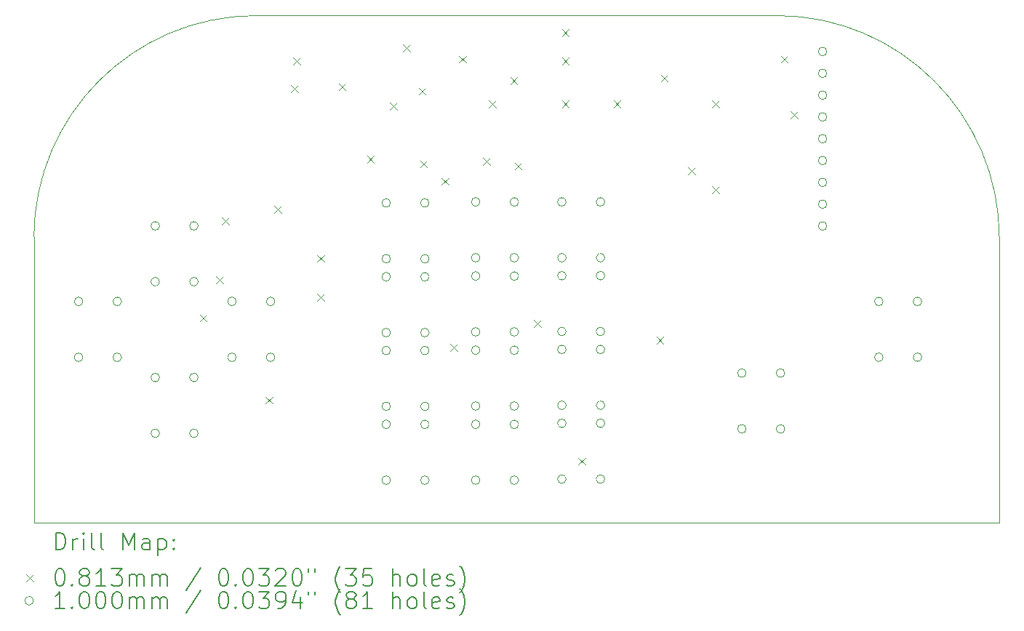
<source format=gbr>
%TF.GenerationSoftware,KiCad,Pcbnew,8.0.3*%
%TF.CreationDate,2024-07-30T16:10:22+10:00*%
%TF.ProjectId,colecovision_controller,636f6c65-636f-4766-9973-696f6e5f636f,rev?*%
%TF.SameCoordinates,Original*%
%TF.FileFunction,Drillmap*%
%TF.FilePolarity,Positive*%
%FSLAX45Y45*%
G04 Gerber Fmt 4.5, Leading zero omitted, Abs format (unit mm)*
G04 Created by KiCad (PCBNEW 8.0.3) date 2024-07-30 16:10:22*
%MOMM*%
%LPD*%
G01*
G04 APERTURE LIST*
%ADD10C,0.101600*%
%ADD11C,0.200000*%
%ADD12C,0.100000*%
G04 APERTURE END LIST*
D10*
X19939000Y-13093700D02*
X8699500Y-13093700D01*
X19939363Y-9766302D02*
X19939000Y-13093700D01*
X17360900Y-7188200D02*
G75*
G02*
X19939363Y-9766302I-12337J-2590802D01*
G01*
X8699500Y-13093700D02*
X8699498Y-9766663D01*
X8699498Y-9766663D02*
G75*
G02*
X11277600Y-7188200I2590802J-12337D01*
G01*
X11277600Y-7188200D02*
X17360900Y-7188200D01*
D11*
D12*
X10629933Y-10671281D02*
X10711213Y-10752561D01*
X10711213Y-10671281D02*
X10629933Y-10752561D01*
X10821472Y-10224179D02*
X10902752Y-10305459D01*
X10902752Y-10224179D02*
X10821472Y-10305459D01*
X10887013Y-9537607D02*
X10968293Y-9618887D01*
X10968293Y-9537607D02*
X10887013Y-9618887D01*
X11397760Y-11626860D02*
X11479040Y-11708140D01*
X11479040Y-11626860D02*
X11397760Y-11708140D01*
X11497760Y-9404190D02*
X11579040Y-9485470D01*
X11579040Y-9404190D02*
X11497760Y-9485470D01*
X11696097Y-7998491D02*
X11777377Y-8079771D01*
X11777377Y-7998491D02*
X11696097Y-8079771D01*
X11720830Y-7676860D02*
X11802110Y-7758140D01*
X11802110Y-7676860D02*
X11720830Y-7758140D01*
X11997760Y-9976860D02*
X12079040Y-10058140D01*
X12079040Y-9976860D02*
X11997760Y-10058140D01*
X11997760Y-10426860D02*
X12079040Y-10508140D01*
X12079040Y-10426860D02*
X11997760Y-10508140D01*
X12247760Y-7976860D02*
X12329040Y-8058140D01*
X12329040Y-7976860D02*
X12247760Y-8058140D01*
X12578663Y-8817450D02*
X12659943Y-8898730D01*
X12659943Y-8817450D02*
X12578663Y-8898730D01*
X12847760Y-8204190D02*
X12929040Y-8285470D01*
X12929040Y-8204190D02*
X12847760Y-8285470D01*
X12997760Y-7526860D02*
X13079040Y-7608140D01*
X13079040Y-7526860D02*
X12997760Y-7608140D01*
X13181330Y-8026860D02*
X13262610Y-8108140D01*
X13262610Y-8026860D02*
X13181330Y-8108140D01*
X13195867Y-8875346D02*
X13277147Y-8956626D01*
X13277147Y-8875346D02*
X13195867Y-8956626D01*
X13447760Y-9076860D02*
X13529040Y-9158140D01*
X13529040Y-9076860D02*
X13447760Y-9158140D01*
X13547760Y-11011473D02*
X13629040Y-11092753D01*
X13629040Y-11011473D02*
X13547760Y-11092753D01*
X13647760Y-7654590D02*
X13729040Y-7735870D01*
X13729040Y-7654590D02*
X13647760Y-7735870D01*
X13928857Y-8845763D02*
X14010137Y-8927043D01*
X14010137Y-8845763D02*
X13928857Y-8927043D01*
X13997760Y-8176860D02*
X14079040Y-8258140D01*
X14079040Y-8176860D02*
X13997760Y-8258140D01*
X14247760Y-7904190D02*
X14329040Y-7985470D01*
X14329040Y-7904190D02*
X14247760Y-7985470D01*
X14297760Y-8899220D02*
X14379040Y-8980500D01*
X14379040Y-8899220D02*
X14297760Y-8980500D01*
X14520329Y-10731592D02*
X14601609Y-10812872D01*
X14601609Y-10731592D02*
X14520329Y-10812872D01*
X14847760Y-7348855D02*
X14929040Y-7430135D01*
X14929040Y-7348855D02*
X14847760Y-7430135D01*
X14847760Y-7676860D02*
X14929040Y-7758140D01*
X14929040Y-7676860D02*
X14847760Y-7758140D01*
X14847760Y-8176860D02*
X14929040Y-8258140D01*
X14929040Y-8176860D02*
X14847760Y-8258140D01*
X15035950Y-12336792D02*
X15117230Y-12418072D01*
X15117230Y-12336792D02*
X15035950Y-12418072D01*
X15447760Y-8176860D02*
X15529040Y-8258140D01*
X15529040Y-8176860D02*
X15447760Y-8258140D01*
X15947760Y-10926860D02*
X16029040Y-11008140D01*
X16029040Y-10926860D02*
X15947760Y-11008140D01*
X15997760Y-7876860D02*
X16079040Y-7958140D01*
X16079040Y-7876860D02*
X15997760Y-7958140D01*
X16315663Y-8957150D02*
X16396943Y-9038430D01*
X16396943Y-8957150D02*
X16315663Y-9038430D01*
X16597760Y-8176860D02*
X16679040Y-8258140D01*
X16679040Y-8176860D02*
X16597760Y-8258140D01*
X16597760Y-9176860D02*
X16679040Y-9258140D01*
X16679040Y-9176860D02*
X16597760Y-9258140D01*
X17397760Y-7654190D02*
X17479040Y-7735470D01*
X17479040Y-7654190D02*
X17397760Y-7735470D01*
X17508507Y-8301990D02*
X17589787Y-8383270D01*
X17589787Y-8301990D02*
X17508507Y-8383270D01*
X9270200Y-10517200D02*
G75*
G02*
X9170200Y-10517200I-50000J0D01*
G01*
X9170200Y-10517200D02*
G75*
G02*
X9270200Y-10517200I50000J0D01*
G01*
X9270200Y-11167200D02*
G75*
G02*
X9170200Y-11167200I-50000J0D01*
G01*
X9170200Y-11167200D02*
G75*
G02*
X9270200Y-11167200I50000J0D01*
G01*
X9720200Y-10517200D02*
G75*
G02*
X9620200Y-10517200I-50000J0D01*
G01*
X9620200Y-10517200D02*
G75*
G02*
X9720200Y-10517200I50000J0D01*
G01*
X9720200Y-11167200D02*
G75*
G02*
X9620200Y-11167200I-50000J0D01*
G01*
X9620200Y-11167200D02*
G75*
G02*
X9720200Y-11167200I50000J0D01*
G01*
X10162800Y-9637000D02*
G75*
G02*
X10062800Y-9637000I-50000J0D01*
G01*
X10062800Y-9637000D02*
G75*
G02*
X10162800Y-9637000I50000J0D01*
G01*
X10162800Y-10287000D02*
G75*
G02*
X10062800Y-10287000I-50000J0D01*
G01*
X10062800Y-10287000D02*
G75*
G02*
X10162800Y-10287000I50000J0D01*
G01*
X10162800Y-11402300D02*
G75*
G02*
X10062800Y-11402300I-50000J0D01*
G01*
X10062800Y-11402300D02*
G75*
G02*
X10162800Y-11402300I50000J0D01*
G01*
X10162800Y-12052300D02*
G75*
G02*
X10062800Y-12052300I-50000J0D01*
G01*
X10062800Y-12052300D02*
G75*
G02*
X10162800Y-12052300I50000J0D01*
G01*
X10612800Y-9637000D02*
G75*
G02*
X10512800Y-9637000I-50000J0D01*
G01*
X10512800Y-9637000D02*
G75*
G02*
X10612800Y-9637000I50000J0D01*
G01*
X10612800Y-10287000D02*
G75*
G02*
X10512800Y-10287000I-50000J0D01*
G01*
X10512800Y-10287000D02*
G75*
G02*
X10612800Y-10287000I50000J0D01*
G01*
X10612800Y-11402300D02*
G75*
G02*
X10512800Y-11402300I-50000J0D01*
G01*
X10512800Y-11402300D02*
G75*
G02*
X10612800Y-11402300I50000J0D01*
G01*
X10612800Y-12052300D02*
G75*
G02*
X10512800Y-12052300I-50000J0D01*
G01*
X10512800Y-12052300D02*
G75*
G02*
X10612800Y-12052300I50000J0D01*
G01*
X11055400Y-10517200D02*
G75*
G02*
X10955400Y-10517200I-50000J0D01*
G01*
X10955400Y-10517200D02*
G75*
G02*
X11055400Y-10517200I50000J0D01*
G01*
X11055400Y-11167200D02*
G75*
G02*
X10955400Y-11167200I-50000J0D01*
G01*
X10955400Y-11167200D02*
G75*
G02*
X11055400Y-11167200I50000J0D01*
G01*
X11505400Y-10517200D02*
G75*
G02*
X11405400Y-10517200I-50000J0D01*
G01*
X11405400Y-10517200D02*
G75*
G02*
X11505400Y-10517200I50000J0D01*
G01*
X11505400Y-11167200D02*
G75*
G02*
X11405400Y-11167200I-50000J0D01*
G01*
X11405400Y-11167200D02*
G75*
G02*
X11505400Y-11167200I50000J0D01*
G01*
X12851600Y-9370300D02*
G75*
G02*
X12751600Y-9370300I-50000J0D01*
G01*
X12751600Y-9370300D02*
G75*
G02*
X12851600Y-9370300I50000J0D01*
G01*
X12851600Y-10020300D02*
G75*
G02*
X12751600Y-10020300I-50000J0D01*
G01*
X12751600Y-10020300D02*
G75*
G02*
X12851600Y-10020300I50000J0D01*
G01*
X12851600Y-10229667D02*
G75*
G02*
X12751600Y-10229667I-50000J0D01*
G01*
X12751600Y-10229667D02*
G75*
G02*
X12851600Y-10229667I50000J0D01*
G01*
X12851600Y-10879667D02*
G75*
G02*
X12751600Y-10879667I-50000J0D01*
G01*
X12751600Y-10879667D02*
G75*
G02*
X12851600Y-10879667I50000J0D01*
G01*
X12851600Y-11089033D02*
G75*
G02*
X12751600Y-11089033I-50000J0D01*
G01*
X12751600Y-11089033D02*
G75*
G02*
X12851600Y-11089033I50000J0D01*
G01*
X12851600Y-11739033D02*
G75*
G02*
X12751600Y-11739033I-50000J0D01*
G01*
X12751600Y-11739033D02*
G75*
G02*
X12851600Y-11739033I50000J0D01*
G01*
X12851600Y-11948400D02*
G75*
G02*
X12751600Y-11948400I-50000J0D01*
G01*
X12751600Y-11948400D02*
G75*
G02*
X12851600Y-11948400I50000J0D01*
G01*
X12851600Y-12598400D02*
G75*
G02*
X12751600Y-12598400I-50000J0D01*
G01*
X12751600Y-12598400D02*
G75*
G02*
X12851600Y-12598400I50000J0D01*
G01*
X13301600Y-9370300D02*
G75*
G02*
X13201600Y-9370300I-50000J0D01*
G01*
X13201600Y-9370300D02*
G75*
G02*
X13301600Y-9370300I50000J0D01*
G01*
X13301600Y-10020300D02*
G75*
G02*
X13201600Y-10020300I-50000J0D01*
G01*
X13201600Y-10020300D02*
G75*
G02*
X13301600Y-10020300I50000J0D01*
G01*
X13301600Y-10229667D02*
G75*
G02*
X13201600Y-10229667I-50000J0D01*
G01*
X13201600Y-10229667D02*
G75*
G02*
X13301600Y-10229667I50000J0D01*
G01*
X13301600Y-10879667D02*
G75*
G02*
X13201600Y-10879667I-50000J0D01*
G01*
X13201600Y-10879667D02*
G75*
G02*
X13301600Y-10879667I50000J0D01*
G01*
X13301600Y-11089033D02*
G75*
G02*
X13201600Y-11089033I-50000J0D01*
G01*
X13201600Y-11089033D02*
G75*
G02*
X13301600Y-11089033I50000J0D01*
G01*
X13301600Y-11739033D02*
G75*
G02*
X13201600Y-11739033I-50000J0D01*
G01*
X13201600Y-11739033D02*
G75*
G02*
X13301600Y-11739033I50000J0D01*
G01*
X13301600Y-11948400D02*
G75*
G02*
X13201600Y-11948400I-50000J0D01*
G01*
X13201600Y-11948400D02*
G75*
G02*
X13301600Y-11948400I50000J0D01*
G01*
X13301600Y-12598400D02*
G75*
G02*
X13201600Y-12598400I-50000J0D01*
G01*
X13201600Y-12598400D02*
G75*
G02*
X13301600Y-12598400I50000J0D01*
G01*
X13893000Y-9357600D02*
G75*
G02*
X13793000Y-9357600I-50000J0D01*
G01*
X13793000Y-9357600D02*
G75*
G02*
X13893000Y-9357600I50000J0D01*
G01*
X13893000Y-10007600D02*
G75*
G02*
X13793000Y-10007600I-50000J0D01*
G01*
X13793000Y-10007600D02*
G75*
G02*
X13893000Y-10007600I50000J0D01*
G01*
X13893000Y-10221200D02*
G75*
G02*
X13793000Y-10221200I-50000J0D01*
G01*
X13793000Y-10221200D02*
G75*
G02*
X13893000Y-10221200I50000J0D01*
G01*
X13893000Y-10871200D02*
G75*
G02*
X13793000Y-10871200I-50000J0D01*
G01*
X13793000Y-10871200D02*
G75*
G02*
X13893000Y-10871200I50000J0D01*
G01*
X13893000Y-11084800D02*
G75*
G02*
X13793000Y-11084800I-50000J0D01*
G01*
X13793000Y-11084800D02*
G75*
G02*
X13893000Y-11084800I50000J0D01*
G01*
X13893000Y-11734800D02*
G75*
G02*
X13793000Y-11734800I-50000J0D01*
G01*
X13793000Y-11734800D02*
G75*
G02*
X13893000Y-11734800I50000J0D01*
G01*
X13893000Y-11948400D02*
G75*
G02*
X13793000Y-11948400I-50000J0D01*
G01*
X13793000Y-11948400D02*
G75*
G02*
X13893000Y-11948400I50000J0D01*
G01*
X13893000Y-12598400D02*
G75*
G02*
X13793000Y-12598400I-50000J0D01*
G01*
X13793000Y-12598400D02*
G75*
G02*
X13893000Y-12598400I50000J0D01*
G01*
X14343000Y-9357600D02*
G75*
G02*
X14243000Y-9357600I-50000J0D01*
G01*
X14243000Y-9357600D02*
G75*
G02*
X14343000Y-9357600I50000J0D01*
G01*
X14343000Y-10007600D02*
G75*
G02*
X14243000Y-10007600I-50000J0D01*
G01*
X14243000Y-10007600D02*
G75*
G02*
X14343000Y-10007600I50000J0D01*
G01*
X14343000Y-10221200D02*
G75*
G02*
X14243000Y-10221200I-50000J0D01*
G01*
X14243000Y-10221200D02*
G75*
G02*
X14343000Y-10221200I50000J0D01*
G01*
X14343000Y-10871200D02*
G75*
G02*
X14243000Y-10871200I-50000J0D01*
G01*
X14243000Y-10871200D02*
G75*
G02*
X14343000Y-10871200I50000J0D01*
G01*
X14343000Y-11084800D02*
G75*
G02*
X14243000Y-11084800I-50000J0D01*
G01*
X14243000Y-11084800D02*
G75*
G02*
X14343000Y-11084800I50000J0D01*
G01*
X14343000Y-11734800D02*
G75*
G02*
X14243000Y-11734800I-50000J0D01*
G01*
X14243000Y-11734800D02*
G75*
G02*
X14343000Y-11734800I50000J0D01*
G01*
X14343000Y-11948400D02*
G75*
G02*
X14243000Y-11948400I-50000J0D01*
G01*
X14243000Y-11948400D02*
G75*
G02*
X14343000Y-11948400I50000J0D01*
G01*
X14343000Y-12598400D02*
G75*
G02*
X14243000Y-12598400I-50000J0D01*
G01*
X14243000Y-12598400D02*
G75*
G02*
X14343000Y-12598400I50000J0D01*
G01*
X14896300Y-9357600D02*
G75*
G02*
X14796300Y-9357600I-50000J0D01*
G01*
X14796300Y-9357600D02*
G75*
G02*
X14896300Y-9357600I50000J0D01*
G01*
X14896300Y-10007600D02*
G75*
G02*
X14796300Y-10007600I-50000J0D01*
G01*
X14796300Y-10007600D02*
G75*
G02*
X14896300Y-10007600I50000J0D01*
G01*
X14896300Y-10216967D02*
G75*
G02*
X14796300Y-10216967I-50000J0D01*
G01*
X14796300Y-10216967D02*
G75*
G02*
X14896300Y-10216967I50000J0D01*
G01*
X14896300Y-10866967D02*
G75*
G02*
X14796300Y-10866967I-50000J0D01*
G01*
X14796300Y-10866967D02*
G75*
G02*
X14896300Y-10866967I50000J0D01*
G01*
X14896300Y-11076333D02*
G75*
G02*
X14796300Y-11076333I-50000J0D01*
G01*
X14796300Y-11076333D02*
G75*
G02*
X14896300Y-11076333I50000J0D01*
G01*
X14896300Y-11726333D02*
G75*
G02*
X14796300Y-11726333I-50000J0D01*
G01*
X14796300Y-11726333D02*
G75*
G02*
X14896300Y-11726333I50000J0D01*
G01*
X14896300Y-11935700D02*
G75*
G02*
X14796300Y-11935700I-50000J0D01*
G01*
X14796300Y-11935700D02*
G75*
G02*
X14896300Y-11935700I50000J0D01*
G01*
X14896300Y-12585700D02*
G75*
G02*
X14796300Y-12585700I-50000J0D01*
G01*
X14796300Y-12585700D02*
G75*
G02*
X14896300Y-12585700I50000J0D01*
G01*
X15346300Y-9357600D02*
G75*
G02*
X15246300Y-9357600I-50000J0D01*
G01*
X15246300Y-9357600D02*
G75*
G02*
X15346300Y-9357600I50000J0D01*
G01*
X15346300Y-10007600D02*
G75*
G02*
X15246300Y-10007600I-50000J0D01*
G01*
X15246300Y-10007600D02*
G75*
G02*
X15346300Y-10007600I50000J0D01*
G01*
X15346300Y-10216967D02*
G75*
G02*
X15246300Y-10216967I-50000J0D01*
G01*
X15246300Y-10216967D02*
G75*
G02*
X15346300Y-10216967I50000J0D01*
G01*
X15346300Y-10866967D02*
G75*
G02*
X15246300Y-10866967I-50000J0D01*
G01*
X15246300Y-10866967D02*
G75*
G02*
X15346300Y-10866967I50000J0D01*
G01*
X15346300Y-11076333D02*
G75*
G02*
X15246300Y-11076333I-50000J0D01*
G01*
X15246300Y-11076333D02*
G75*
G02*
X15346300Y-11076333I50000J0D01*
G01*
X15346300Y-11726333D02*
G75*
G02*
X15246300Y-11726333I-50000J0D01*
G01*
X15246300Y-11726333D02*
G75*
G02*
X15346300Y-11726333I50000J0D01*
G01*
X15346300Y-11935700D02*
G75*
G02*
X15246300Y-11935700I-50000J0D01*
G01*
X15246300Y-11935700D02*
G75*
G02*
X15346300Y-11935700I50000J0D01*
G01*
X15346300Y-12585700D02*
G75*
G02*
X15246300Y-12585700I-50000J0D01*
G01*
X15246300Y-12585700D02*
G75*
G02*
X15346300Y-12585700I50000J0D01*
G01*
X16991800Y-11351500D02*
G75*
G02*
X16891800Y-11351500I-50000J0D01*
G01*
X16891800Y-11351500D02*
G75*
G02*
X16991800Y-11351500I50000J0D01*
G01*
X16991800Y-12001500D02*
G75*
G02*
X16891800Y-12001500I-50000J0D01*
G01*
X16891800Y-12001500D02*
G75*
G02*
X16991800Y-12001500I50000J0D01*
G01*
X17441800Y-11351500D02*
G75*
G02*
X17341800Y-11351500I-50000J0D01*
G01*
X17341800Y-11351500D02*
G75*
G02*
X17441800Y-11351500I50000J0D01*
G01*
X17441800Y-12001500D02*
G75*
G02*
X17341800Y-12001500I-50000J0D01*
G01*
X17341800Y-12001500D02*
G75*
G02*
X17441800Y-12001500I50000J0D01*
G01*
X17931600Y-7607300D02*
G75*
G02*
X17831600Y-7607300I-50000J0D01*
G01*
X17831600Y-7607300D02*
G75*
G02*
X17931600Y-7607300I50000J0D01*
G01*
X17931600Y-7861300D02*
G75*
G02*
X17831600Y-7861300I-50000J0D01*
G01*
X17831600Y-7861300D02*
G75*
G02*
X17931600Y-7861300I50000J0D01*
G01*
X17931600Y-8115300D02*
G75*
G02*
X17831600Y-8115300I-50000J0D01*
G01*
X17831600Y-8115300D02*
G75*
G02*
X17931600Y-8115300I50000J0D01*
G01*
X17931600Y-8369300D02*
G75*
G02*
X17831600Y-8369300I-50000J0D01*
G01*
X17831600Y-8369300D02*
G75*
G02*
X17931600Y-8369300I50000J0D01*
G01*
X17931600Y-8623300D02*
G75*
G02*
X17831600Y-8623300I-50000J0D01*
G01*
X17831600Y-8623300D02*
G75*
G02*
X17931600Y-8623300I50000J0D01*
G01*
X17931600Y-8877300D02*
G75*
G02*
X17831600Y-8877300I-50000J0D01*
G01*
X17831600Y-8877300D02*
G75*
G02*
X17931600Y-8877300I50000J0D01*
G01*
X17931600Y-9131300D02*
G75*
G02*
X17831600Y-9131300I-50000J0D01*
G01*
X17831600Y-9131300D02*
G75*
G02*
X17931600Y-9131300I50000J0D01*
G01*
X17931600Y-9385300D02*
G75*
G02*
X17831600Y-9385300I-50000J0D01*
G01*
X17831600Y-9385300D02*
G75*
G02*
X17931600Y-9385300I50000J0D01*
G01*
X17931600Y-9639300D02*
G75*
G02*
X17831600Y-9639300I-50000J0D01*
G01*
X17831600Y-9639300D02*
G75*
G02*
X17931600Y-9639300I50000J0D01*
G01*
X18586500Y-10517200D02*
G75*
G02*
X18486500Y-10517200I-50000J0D01*
G01*
X18486500Y-10517200D02*
G75*
G02*
X18586500Y-10517200I50000J0D01*
G01*
X18586500Y-11167200D02*
G75*
G02*
X18486500Y-11167200I-50000J0D01*
G01*
X18486500Y-11167200D02*
G75*
G02*
X18586500Y-11167200I50000J0D01*
G01*
X19036500Y-10517200D02*
G75*
G02*
X18936500Y-10517200I-50000J0D01*
G01*
X18936500Y-10517200D02*
G75*
G02*
X19036500Y-10517200I50000J0D01*
G01*
X19036500Y-11167200D02*
G75*
G02*
X18936500Y-11167200I-50000J0D01*
G01*
X18936500Y-11167200D02*
G75*
G02*
X19036500Y-11167200I50000J0D01*
G01*
D11*
X8955195Y-13410264D02*
X8955195Y-13210264D01*
X8955195Y-13210264D02*
X9002814Y-13210264D01*
X9002814Y-13210264D02*
X9031386Y-13219788D01*
X9031386Y-13219788D02*
X9050433Y-13238835D01*
X9050433Y-13238835D02*
X9059957Y-13257883D01*
X9059957Y-13257883D02*
X9069481Y-13295978D01*
X9069481Y-13295978D02*
X9069481Y-13324549D01*
X9069481Y-13324549D02*
X9059957Y-13362645D01*
X9059957Y-13362645D02*
X9050433Y-13381692D01*
X9050433Y-13381692D02*
X9031386Y-13400740D01*
X9031386Y-13400740D02*
X9002814Y-13410264D01*
X9002814Y-13410264D02*
X8955195Y-13410264D01*
X9155195Y-13410264D02*
X9155195Y-13276930D01*
X9155195Y-13315026D02*
X9164719Y-13295978D01*
X9164719Y-13295978D02*
X9174243Y-13286454D01*
X9174243Y-13286454D02*
X9193290Y-13276930D01*
X9193290Y-13276930D02*
X9212338Y-13276930D01*
X9279005Y-13410264D02*
X9279005Y-13276930D01*
X9279005Y-13210264D02*
X9269481Y-13219788D01*
X9269481Y-13219788D02*
X9279005Y-13229311D01*
X9279005Y-13229311D02*
X9288528Y-13219788D01*
X9288528Y-13219788D02*
X9279005Y-13210264D01*
X9279005Y-13210264D02*
X9279005Y-13229311D01*
X9402814Y-13410264D02*
X9383766Y-13400740D01*
X9383766Y-13400740D02*
X9374243Y-13381692D01*
X9374243Y-13381692D02*
X9374243Y-13210264D01*
X9507576Y-13410264D02*
X9488528Y-13400740D01*
X9488528Y-13400740D02*
X9479005Y-13381692D01*
X9479005Y-13381692D02*
X9479005Y-13210264D01*
X9736147Y-13410264D02*
X9736147Y-13210264D01*
X9736147Y-13210264D02*
X9802814Y-13353121D01*
X9802814Y-13353121D02*
X9869481Y-13210264D01*
X9869481Y-13210264D02*
X9869481Y-13410264D01*
X10050433Y-13410264D02*
X10050433Y-13305502D01*
X10050433Y-13305502D02*
X10040909Y-13286454D01*
X10040909Y-13286454D02*
X10021862Y-13276930D01*
X10021862Y-13276930D02*
X9983766Y-13276930D01*
X9983766Y-13276930D02*
X9964719Y-13286454D01*
X10050433Y-13400740D02*
X10031386Y-13410264D01*
X10031386Y-13410264D02*
X9983766Y-13410264D01*
X9983766Y-13410264D02*
X9964719Y-13400740D01*
X9964719Y-13400740D02*
X9955195Y-13381692D01*
X9955195Y-13381692D02*
X9955195Y-13362645D01*
X9955195Y-13362645D02*
X9964719Y-13343597D01*
X9964719Y-13343597D02*
X9983766Y-13334073D01*
X9983766Y-13334073D02*
X10031386Y-13334073D01*
X10031386Y-13334073D02*
X10050433Y-13324549D01*
X10145671Y-13276930D02*
X10145671Y-13476930D01*
X10145671Y-13286454D02*
X10164719Y-13276930D01*
X10164719Y-13276930D02*
X10202814Y-13276930D01*
X10202814Y-13276930D02*
X10221862Y-13286454D01*
X10221862Y-13286454D02*
X10231386Y-13295978D01*
X10231386Y-13295978D02*
X10240909Y-13315026D01*
X10240909Y-13315026D02*
X10240909Y-13372168D01*
X10240909Y-13372168D02*
X10231386Y-13391216D01*
X10231386Y-13391216D02*
X10221862Y-13400740D01*
X10221862Y-13400740D02*
X10202814Y-13410264D01*
X10202814Y-13410264D02*
X10164719Y-13410264D01*
X10164719Y-13410264D02*
X10145671Y-13400740D01*
X10326624Y-13391216D02*
X10336147Y-13400740D01*
X10336147Y-13400740D02*
X10326624Y-13410264D01*
X10326624Y-13410264D02*
X10317100Y-13400740D01*
X10317100Y-13400740D02*
X10326624Y-13391216D01*
X10326624Y-13391216D02*
X10326624Y-13410264D01*
X10326624Y-13286454D02*
X10336147Y-13295978D01*
X10336147Y-13295978D02*
X10326624Y-13305502D01*
X10326624Y-13305502D02*
X10317100Y-13295978D01*
X10317100Y-13295978D02*
X10326624Y-13286454D01*
X10326624Y-13286454D02*
X10326624Y-13305502D01*
D12*
X8613138Y-13698140D02*
X8694418Y-13779420D01*
X8694418Y-13698140D02*
X8613138Y-13779420D01*
D11*
X8993290Y-13630264D02*
X9012338Y-13630264D01*
X9012338Y-13630264D02*
X9031386Y-13639788D01*
X9031386Y-13639788D02*
X9040909Y-13649311D01*
X9040909Y-13649311D02*
X9050433Y-13668359D01*
X9050433Y-13668359D02*
X9059957Y-13706454D01*
X9059957Y-13706454D02*
X9059957Y-13754073D01*
X9059957Y-13754073D02*
X9050433Y-13792168D01*
X9050433Y-13792168D02*
X9040909Y-13811216D01*
X9040909Y-13811216D02*
X9031386Y-13820740D01*
X9031386Y-13820740D02*
X9012338Y-13830264D01*
X9012338Y-13830264D02*
X8993290Y-13830264D01*
X8993290Y-13830264D02*
X8974243Y-13820740D01*
X8974243Y-13820740D02*
X8964719Y-13811216D01*
X8964719Y-13811216D02*
X8955195Y-13792168D01*
X8955195Y-13792168D02*
X8945671Y-13754073D01*
X8945671Y-13754073D02*
X8945671Y-13706454D01*
X8945671Y-13706454D02*
X8955195Y-13668359D01*
X8955195Y-13668359D02*
X8964719Y-13649311D01*
X8964719Y-13649311D02*
X8974243Y-13639788D01*
X8974243Y-13639788D02*
X8993290Y-13630264D01*
X9145671Y-13811216D02*
X9155195Y-13820740D01*
X9155195Y-13820740D02*
X9145671Y-13830264D01*
X9145671Y-13830264D02*
X9136147Y-13820740D01*
X9136147Y-13820740D02*
X9145671Y-13811216D01*
X9145671Y-13811216D02*
X9145671Y-13830264D01*
X9269481Y-13715978D02*
X9250433Y-13706454D01*
X9250433Y-13706454D02*
X9240909Y-13696930D01*
X9240909Y-13696930D02*
X9231386Y-13677883D01*
X9231386Y-13677883D02*
X9231386Y-13668359D01*
X9231386Y-13668359D02*
X9240909Y-13649311D01*
X9240909Y-13649311D02*
X9250433Y-13639788D01*
X9250433Y-13639788D02*
X9269481Y-13630264D01*
X9269481Y-13630264D02*
X9307576Y-13630264D01*
X9307576Y-13630264D02*
X9326624Y-13639788D01*
X9326624Y-13639788D02*
X9336147Y-13649311D01*
X9336147Y-13649311D02*
X9345671Y-13668359D01*
X9345671Y-13668359D02*
X9345671Y-13677883D01*
X9345671Y-13677883D02*
X9336147Y-13696930D01*
X9336147Y-13696930D02*
X9326624Y-13706454D01*
X9326624Y-13706454D02*
X9307576Y-13715978D01*
X9307576Y-13715978D02*
X9269481Y-13715978D01*
X9269481Y-13715978D02*
X9250433Y-13725502D01*
X9250433Y-13725502D02*
X9240909Y-13735026D01*
X9240909Y-13735026D02*
X9231386Y-13754073D01*
X9231386Y-13754073D02*
X9231386Y-13792168D01*
X9231386Y-13792168D02*
X9240909Y-13811216D01*
X9240909Y-13811216D02*
X9250433Y-13820740D01*
X9250433Y-13820740D02*
X9269481Y-13830264D01*
X9269481Y-13830264D02*
X9307576Y-13830264D01*
X9307576Y-13830264D02*
X9326624Y-13820740D01*
X9326624Y-13820740D02*
X9336147Y-13811216D01*
X9336147Y-13811216D02*
X9345671Y-13792168D01*
X9345671Y-13792168D02*
X9345671Y-13754073D01*
X9345671Y-13754073D02*
X9336147Y-13735026D01*
X9336147Y-13735026D02*
X9326624Y-13725502D01*
X9326624Y-13725502D02*
X9307576Y-13715978D01*
X9536147Y-13830264D02*
X9421862Y-13830264D01*
X9479005Y-13830264D02*
X9479005Y-13630264D01*
X9479005Y-13630264D02*
X9459957Y-13658835D01*
X9459957Y-13658835D02*
X9440909Y-13677883D01*
X9440909Y-13677883D02*
X9421862Y-13687407D01*
X9602814Y-13630264D02*
X9726624Y-13630264D01*
X9726624Y-13630264D02*
X9659957Y-13706454D01*
X9659957Y-13706454D02*
X9688528Y-13706454D01*
X9688528Y-13706454D02*
X9707576Y-13715978D01*
X9707576Y-13715978D02*
X9717100Y-13725502D01*
X9717100Y-13725502D02*
X9726624Y-13744549D01*
X9726624Y-13744549D02*
X9726624Y-13792168D01*
X9726624Y-13792168D02*
X9717100Y-13811216D01*
X9717100Y-13811216D02*
X9707576Y-13820740D01*
X9707576Y-13820740D02*
X9688528Y-13830264D01*
X9688528Y-13830264D02*
X9631386Y-13830264D01*
X9631386Y-13830264D02*
X9612338Y-13820740D01*
X9612338Y-13820740D02*
X9602814Y-13811216D01*
X9812338Y-13830264D02*
X9812338Y-13696930D01*
X9812338Y-13715978D02*
X9821862Y-13706454D01*
X9821862Y-13706454D02*
X9840909Y-13696930D01*
X9840909Y-13696930D02*
X9869481Y-13696930D01*
X9869481Y-13696930D02*
X9888528Y-13706454D01*
X9888528Y-13706454D02*
X9898052Y-13725502D01*
X9898052Y-13725502D02*
X9898052Y-13830264D01*
X9898052Y-13725502D02*
X9907576Y-13706454D01*
X9907576Y-13706454D02*
X9926624Y-13696930D01*
X9926624Y-13696930D02*
X9955195Y-13696930D01*
X9955195Y-13696930D02*
X9974243Y-13706454D01*
X9974243Y-13706454D02*
X9983767Y-13725502D01*
X9983767Y-13725502D02*
X9983767Y-13830264D01*
X10079005Y-13830264D02*
X10079005Y-13696930D01*
X10079005Y-13715978D02*
X10088528Y-13706454D01*
X10088528Y-13706454D02*
X10107576Y-13696930D01*
X10107576Y-13696930D02*
X10136148Y-13696930D01*
X10136148Y-13696930D02*
X10155195Y-13706454D01*
X10155195Y-13706454D02*
X10164719Y-13725502D01*
X10164719Y-13725502D02*
X10164719Y-13830264D01*
X10164719Y-13725502D02*
X10174243Y-13706454D01*
X10174243Y-13706454D02*
X10193290Y-13696930D01*
X10193290Y-13696930D02*
X10221862Y-13696930D01*
X10221862Y-13696930D02*
X10240909Y-13706454D01*
X10240909Y-13706454D02*
X10250433Y-13725502D01*
X10250433Y-13725502D02*
X10250433Y-13830264D01*
X10640909Y-13620740D02*
X10469481Y-13877883D01*
X10898052Y-13630264D02*
X10917100Y-13630264D01*
X10917100Y-13630264D02*
X10936148Y-13639788D01*
X10936148Y-13639788D02*
X10945671Y-13649311D01*
X10945671Y-13649311D02*
X10955195Y-13668359D01*
X10955195Y-13668359D02*
X10964719Y-13706454D01*
X10964719Y-13706454D02*
X10964719Y-13754073D01*
X10964719Y-13754073D02*
X10955195Y-13792168D01*
X10955195Y-13792168D02*
X10945671Y-13811216D01*
X10945671Y-13811216D02*
X10936148Y-13820740D01*
X10936148Y-13820740D02*
X10917100Y-13830264D01*
X10917100Y-13830264D02*
X10898052Y-13830264D01*
X10898052Y-13830264D02*
X10879005Y-13820740D01*
X10879005Y-13820740D02*
X10869481Y-13811216D01*
X10869481Y-13811216D02*
X10859957Y-13792168D01*
X10859957Y-13792168D02*
X10850433Y-13754073D01*
X10850433Y-13754073D02*
X10850433Y-13706454D01*
X10850433Y-13706454D02*
X10859957Y-13668359D01*
X10859957Y-13668359D02*
X10869481Y-13649311D01*
X10869481Y-13649311D02*
X10879005Y-13639788D01*
X10879005Y-13639788D02*
X10898052Y-13630264D01*
X11050433Y-13811216D02*
X11059957Y-13820740D01*
X11059957Y-13820740D02*
X11050433Y-13830264D01*
X11050433Y-13830264D02*
X11040910Y-13820740D01*
X11040910Y-13820740D02*
X11050433Y-13811216D01*
X11050433Y-13811216D02*
X11050433Y-13830264D01*
X11183767Y-13630264D02*
X11202814Y-13630264D01*
X11202814Y-13630264D02*
X11221862Y-13639788D01*
X11221862Y-13639788D02*
X11231386Y-13649311D01*
X11231386Y-13649311D02*
X11240909Y-13668359D01*
X11240909Y-13668359D02*
X11250433Y-13706454D01*
X11250433Y-13706454D02*
X11250433Y-13754073D01*
X11250433Y-13754073D02*
X11240909Y-13792168D01*
X11240909Y-13792168D02*
X11231386Y-13811216D01*
X11231386Y-13811216D02*
X11221862Y-13820740D01*
X11221862Y-13820740D02*
X11202814Y-13830264D01*
X11202814Y-13830264D02*
X11183767Y-13830264D01*
X11183767Y-13830264D02*
X11164719Y-13820740D01*
X11164719Y-13820740D02*
X11155195Y-13811216D01*
X11155195Y-13811216D02*
X11145671Y-13792168D01*
X11145671Y-13792168D02*
X11136148Y-13754073D01*
X11136148Y-13754073D02*
X11136148Y-13706454D01*
X11136148Y-13706454D02*
X11145671Y-13668359D01*
X11145671Y-13668359D02*
X11155195Y-13649311D01*
X11155195Y-13649311D02*
X11164719Y-13639788D01*
X11164719Y-13639788D02*
X11183767Y-13630264D01*
X11317100Y-13630264D02*
X11440909Y-13630264D01*
X11440909Y-13630264D02*
X11374243Y-13706454D01*
X11374243Y-13706454D02*
X11402814Y-13706454D01*
X11402814Y-13706454D02*
X11421862Y-13715978D01*
X11421862Y-13715978D02*
X11431386Y-13725502D01*
X11431386Y-13725502D02*
X11440909Y-13744549D01*
X11440909Y-13744549D02*
X11440909Y-13792168D01*
X11440909Y-13792168D02*
X11431386Y-13811216D01*
X11431386Y-13811216D02*
X11421862Y-13820740D01*
X11421862Y-13820740D02*
X11402814Y-13830264D01*
X11402814Y-13830264D02*
X11345671Y-13830264D01*
X11345671Y-13830264D02*
X11326624Y-13820740D01*
X11326624Y-13820740D02*
X11317100Y-13811216D01*
X11517100Y-13649311D02*
X11526624Y-13639788D01*
X11526624Y-13639788D02*
X11545671Y-13630264D01*
X11545671Y-13630264D02*
X11593290Y-13630264D01*
X11593290Y-13630264D02*
X11612338Y-13639788D01*
X11612338Y-13639788D02*
X11621862Y-13649311D01*
X11621862Y-13649311D02*
X11631386Y-13668359D01*
X11631386Y-13668359D02*
X11631386Y-13687407D01*
X11631386Y-13687407D02*
X11621862Y-13715978D01*
X11621862Y-13715978D02*
X11507576Y-13830264D01*
X11507576Y-13830264D02*
X11631386Y-13830264D01*
X11755195Y-13630264D02*
X11774243Y-13630264D01*
X11774243Y-13630264D02*
X11793290Y-13639788D01*
X11793290Y-13639788D02*
X11802814Y-13649311D01*
X11802814Y-13649311D02*
X11812338Y-13668359D01*
X11812338Y-13668359D02*
X11821862Y-13706454D01*
X11821862Y-13706454D02*
X11821862Y-13754073D01*
X11821862Y-13754073D02*
X11812338Y-13792168D01*
X11812338Y-13792168D02*
X11802814Y-13811216D01*
X11802814Y-13811216D02*
X11793290Y-13820740D01*
X11793290Y-13820740D02*
X11774243Y-13830264D01*
X11774243Y-13830264D02*
X11755195Y-13830264D01*
X11755195Y-13830264D02*
X11736148Y-13820740D01*
X11736148Y-13820740D02*
X11726624Y-13811216D01*
X11726624Y-13811216D02*
X11717100Y-13792168D01*
X11717100Y-13792168D02*
X11707576Y-13754073D01*
X11707576Y-13754073D02*
X11707576Y-13706454D01*
X11707576Y-13706454D02*
X11717100Y-13668359D01*
X11717100Y-13668359D02*
X11726624Y-13649311D01*
X11726624Y-13649311D02*
X11736148Y-13639788D01*
X11736148Y-13639788D02*
X11755195Y-13630264D01*
X11898052Y-13630264D02*
X11898052Y-13668359D01*
X11974243Y-13630264D02*
X11974243Y-13668359D01*
X12269481Y-13906454D02*
X12259957Y-13896930D01*
X12259957Y-13896930D02*
X12240910Y-13868359D01*
X12240910Y-13868359D02*
X12231386Y-13849311D01*
X12231386Y-13849311D02*
X12221862Y-13820740D01*
X12221862Y-13820740D02*
X12212338Y-13773121D01*
X12212338Y-13773121D02*
X12212338Y-13735026D01*
X12212338Y-13735026D02*
X12221862Y-13687407D01*
X12221862Y-13687407D02*
X12231386Y-13658835D01*
X12231386Y-13658835D02*
X12240910Y-13639788D01*
X12240910Y-13639788D02*
X12259957Y-13611216D01*
X12259957Y-13611216D02*
X12269481Y-13601692D01*
X12326624Y-13630264D02*
X12450433Y-13630264D01*
X12450433Y-13630264D02*
X12383767Y-13706454D01*
X12383767Y-13706454D02*
X12412338Y-13706454D01*
X12412338Y-13706454D02*
X12431386Y-13715978D01*
X12431386Y-13715978D02*
X12440910Y-13725502D01*
X12440910Y-13725502D02*
X12450433Y-13744549D01*
X12450433Y-13744549D02*
X12450433Y-13792168D01*
X12450433Y-13792168D02*
X12440910Y-13811216D01*
X12440910Y-13811216D02*
X12431386Y-13820740D01*
X12431386Y-13820740D02*
X12412338Y-13830264D01*
X12412338Y-13830264D02*
X12355195Y-13830264D01*
X12355195Y-13830264D02*
X12336148Y-13820740D01*
X12336148Y-13820740D02*
X12326624Y-13811216D01*
X12631386Y-13630264D02*
X12536148Y-13630264D01*
X12536148Y-13630264D02*
X12526624Y-13725502D01*
X12526624Y-13725502D02*
X12536148Y-13715978D01*
X12536148Y-13715978D02*
X12555195Y-13706454D01*
X12555195Y-13706454D02*
X12602814Y-13706454D01*
X12602814Y-13706454D02*
X12621862Y-13715978D01*
X12621862Y-13715978D02*
X12631386Y-13725502D01*
X12631386Y-13725502D02*
X12640910Y-13744549D01*
X12640910Y-13744549D02*
X12640910Y-13792168D01*
X12640910Y-13792168D02*
X12631386Y-13811216D01*
X12631386Y-13811216D02*
X12621862Y-13820740D01*
X12621862Y-13820740D02*
X12602814Y-13830264D01*
X12602814Y-13830264D02*
X12555195Y-13830264D01*
X12555195Y-13830264D02*
X12536148Y-13820740D01*
X12536148Y-13820740D02*
X12526624Y-13811216D01*
X12879005Y-13830264D02*
X12879005Y-13630264D01*
X12964719Y-13830264D02*
X12964719Y-13725502D01*
X12964719Y-13725502D02*
X12955195Y-13706454D01*
X12955195Y-13706454D02*
X12936148Y-13696930D01*
X12936148Y-13696930D02*
X12907576Y-13696930D01*
X12907576Y-13696930D02*
X12888529Y-13706454D01*
X12888529Y-13706454D02*
X12879005Y-13715978D01*
X13088529Y-13830264D02*
X13069481Y-13820740D01*
X13069481Y-13820740D02*
X13059957Y-13811216D01*
X13059957Y-13811216D02*
X13050433Y-13792168D01*
X13050433Y-13792168D02*
X13050433Y-13735026D01*
X13050433Y-13735026D02*
X13059957Y-13715978D01*
X13059957Y-13715978D02*
X13069481Y-13706454D01*
X13069481Y-13706454D02*
X13088529Y-13696930D01*
X13088529Y-13696930D02*
X13117100Y-13696930D01*
X13117100Y-13696930D02*
X13136148Y-13706454D01*
X13136148Y-13706454D02*
X13145672Y-13715978D01*
X13145672Y-13715978D02*
X13155195Y-13735026D01*
X13155195Y-13735026D02*
X13155195Y-13792168D01*
X13155195Y-13792168D02*
X13145672Y-13811216D01*
X13145672Y-13811216D02*
X13136148Y-13820740D01*
X13136148Y-13820740D02*
X13117100Y-13830264D01*
X13117100Y-13830264D02*
X13088529Y-13830264D01*
X13269481Y-13830264D02*
X13250433Y-13820740D01*
X13250433Y-13820740D02*
X13240910Y-13801692D01*
X13240910Y-13801692D02*
X13240910Y-13630264D01*
X13421862Y-13820740D02*
X13402814Y-13830264D01*
X13402814Y-13830264D02*
X13364719Y-13830264D01*
X13364719Y-13830264D02*
X13345672Y-13820740D01*
X13345672Y-13820740D02*
X13336148Y-13801692D01*
X13336148Y-13801692D02*
X13336148Y-13725502D01*
X13336148Y-13725502D02*
X13345672Y-13706454D01*
X13345672Y-13706454D02*
X13364719Y-13696930D01*
X13364719Y-13696930D02*
X13402814Y-13696930D01*
X13402814Y-13696930D02*
X13421862Y-13706454D01*
X13421862Y-13706454D02*
X13431386Y-13725502D01*
X13431386Y-13725502D02*
X13431386Y-13744549D01*
X13431386Y-13744549D02*
X13336148Y-13763597D01*
X13507576Y-13820740D02*
X13526624Y-13830264D01*
X13526624Y-13830264D02*
X13564719Y-13830264D01*
X13564719Y-13830264D02*
X13583767Y-13820740D01*
X13583767Y-13820740D02*
X13593291Y-13801692D01*
X13593291Y-13801692D02*
X13593291Y-13792168D01*
X13593291Y-13792168D02*
X13583767Y-13773121D01*
X13583767Y-13773121D02*
X13564719Y-13763597D01*
X13564719Y-13763597D02*
X13536148Y-13763597D01*
X13536148Y-13763597D02*
X13517100Y-13754073D01*
X13517100Y-13754073D02*
X13507576Y-13735026D01*
X13507576Y-13735026D02*
X13507576Y-13725502D01*
X13507576Y-13725502D02*
X13517100Y-13706454D01*
X13517100Y-13706454D02*
X13536148Y-13696930D01*
X13536148Y-13696930D02*
X13564719Y-13696930D01*
X13564719Y-13696930D02*
X13583767Y-13706454D01*
X13659957Y-13906454D02*
X13669481Y-13896930D01*
X13669481Y-13896930D02*
X13688529Y-13868359D01*
X13688529Y-13868359D02*
X13698053Y-13849311D01*
X13698053Y-13849311D02*
X13707576Y-13820740D01*
X13707576Y-13820740D02*
X13717100Y-13773121D01*
X13717100Y-13773121D02*
X13717100Y-13735026D01*
X13717100Y-13735026D02*
X13707576Y-13687407D01*
X13707576Y-13687407D02*
X13698053Y-13658835D01*
X13698053Y-13658835D02*
X13688529Y-13639788D01*
X13688529Y-13639788D02*
X13669481Y-13611216D01*
X13669481Y-13611216D02*
X13659957Y-13601692D01*
D12*
X8694418Y-14002780D02*
G75*
G02*
X8594418Y-14002780I-50000J0D01*
G01*
X8594418Y-14002780D02*
G75*
G02*
X8694418Y-14002780I50000J0D01*
G01*
D11*
X9059957Y-14094264D02*
X8945671Y-14094264D01*
X9002814Y-14094264D02*
X9002814Y-13894264D01*
X9002814Y-13894264D02*
X8983766Y-13922835D01*
X8983766Y-13922835D02*
X8964719Y-13941883D01*
X8964719Y-13941883D02*
X8945671Y-13951407D01*
X9145671Y-14075216D02*
X9155195Y-14084740D01*
X9155195Y-14084740D02*
X9145671Y-14094264D01*
X9145671Y-14094264D02*
X9136147Y-14084740D01*
X9136147Y-14084740D02*
X9145671Y-14075216D01*
X9145671Y-14075216D02*
X9145671Y-14094264D01*
X9279005Y-13894264D02*
X9298052Y-13894264D01*
X9298052Y-13894264D02*
X9317100Y-13903788D01*
X9317100Y-13903788D02*
X9326624Y-13913311D01*
X9326624Y-13913311D02*
X9336147Y-13932359D01*
X9336147Y-13932359D02*
X9345671Y-13970454D01*
X9345671Y-13970454D02*
X9345671Y-14018073D01*
X9345671Y-14018073D02*
X9336147Y-14056168D01*
X9336147Y-14056168D02*
X9326624Y-14075216D01*
X9326624Y-14075216D02*
X9317100Y-14084740D01*
X9317100Y-14084740D02*
X9298052Y-14094264D01*
X9298052Y-14094264D02*
X9279005Y-14094264D01*
X9279005Y-14094264D02*
X9259957Y-14084740D01*
X9259957Y-14084740D02*
X9250433Y-14075216D01*
X9250433Y-14075216D02*
X9240909Y-14056168D01*
X9240909Y-14056168D02*
X9231386Y-14018073D01*
X9231386Y-14018073D02*
X9231386Y-13970454D01*
X9231386Y-13970454D02*
X9240909Y-13932359D01*
X9240909Y-13932359D02*
X9250433Y-13913311D01*
X9250433Y-13913311D02*
X9259957Y-13903788D01*
X9259957Y-13903788D02*
X9279005Y-13894264D01*
X9469481Y-13894264D02*
X9488528Y-13894264D01*
X9488528Y-13894264D02*
X9507576Y-13903788D01*
X9507576Y-13903788D02*
X9517100Y-13913311D01*
X9517100Y-13913311D02*
X9526624Y-13932359D01*
X9526624Y-13932359D02*
X9536147Y-13970454D01*
X9536147Y-13970454D02*
X9536147Y-14018073D01*
X9536147Y-14018073D02*
X9526624Y-14056168D01*
X9526624Y-14056168D02*
X9517100Y-14075216D01*
X9517100Y-14075216D02*
X9507576Y-14084740D01*
X9507576Y-14084740D02*
X9488528Y-14094264D01*
X9488528Y-14094264D02*
X9469481Y-14094264D01*
X9469481Y-14094264D02*
X9450433Y-14084740D01*
X9450433Y-14084740D02*
X9440909Y-14075216D01*
X9440909Y-14075216D02*
X9431386Y-14056168D01*
X9431386Y-14056168D02*
X9421862Y-14018073D01*
X9421862Y-14018073D02*
X9421862Y-13970454D01*
X9421862Y-13970454D02*
X9431386Y-13932359D01*
X9431386Y-13932359D02*
X9440909Y-13913311D01*
X9440909Y-13913311D02*
X9450433Y-13903788D01*
X9450433Y-13903788D02*
X9469481Y-13894264D01*
X9659957Y-13894264D02*
X9679005Y-13894264D01*
X9679005Y-13894264D02*
X9698052Y-13903788D01*
X9698052Y-13903788D02*
X9707576Y-13913311D01*
X9707576Y-13913311D02*
X9717100Y-13932359D01*
X9717100Y-13932359D02*
X9726624Y-13970454D01*
X9726624Y-13970454D02*
X9726624Y-14018073D01*
X9726624Y-14018073D02*
X9717100Y-14056168D01*
X9717100Y-14056168D02*
X9707576Y-14075216D01*
X9707576Y-14075216D02*
X9698052Y-14084740D01*
X9698052Y-14084740D02*
X9679005Y-14094264D01*
X9679005Y-14094264D02*
X9659957Y-14094264D01*
X9659957Y-14094264D02*
X9640909Y-14084740D01*
X9640909Y-14084740D02*
X9631386Y-14075216D01*
X9631386Y-14075216D02*
X9621862Y-14056168D01*
X9621862Y-14056168D02*
X9612338Y-14018073D01*
X9612338Y-14018073D02*
X9612338Y-13970454D01*
X9612338Y-13970454D02*
X9621862Y-13932359D01*
X9621862Y-13932359D02*
X9631386Y-13913311D01*
X9631386Y-13913311D02*
X9640909Y-13903788D01*
X9640909Y-13903788D02*
X9659957Y-13894264D01*
X9812338Y-14094264D02*
X9812338Y-13960930D01*
X9812338Y-13979978D02*
X9821862Y-13970454D01*
X9821862Y-13970454D02*
X9840909Y-13960930D01*
X9840909Y-13960930D02*
X9869481Y-13960930D01*
X9869481Y-13960930D02*
X9888528Y-13970454D01*
X9888528Y-13970454D02*
X9898052Y-13989502D01*
X9898052Y-13989502D02*
X9898052Y-14094264D01*
X9898052Y-13989502D02*
X9907576Y-13970454D01*
X9907576Y-13970454D02*
X9926624Y-13960930D01*
X9926624Y-13960930D02*
X9955195Y-13960930D01*
X9955195Y-13960930D02*
X9974243Y-13970454D01*
X9974243Y-13970454D02*
X9983767Y-13989502D01*
X9983767Y-13989502D02*
X9983767Y-14094264D01*
X10079005Y-14094264D02*
X10079005Y-13960930D01*
X10079005Y-13979978D02*
X10088528Y-13970454D01*
X10088528Y-13970454D02*
X10107576Y-13960930D01*
X10107576Y-13960930D02*
X10136148Y-13960930D01*
X10136148Y-13960930D02*
X10155195Y-13970454D01*
X10155195Y-13970454D02*
X10164719Y-13989502D01*
X10164719Y-13989502D02*
X10164719Y-14094264D01*
X10164719Y-13989502D02*
X10174243Y-13970454D01*
X10174243Y-13970454D02*
X10193290Y-13960930D01*
X10193290Y-13960930D02*
X10221862Y-13960930D01*
X10221862Y-13960930D02*
X10240909Y-13970454D01*
X10240909Y-13970454D02*
X10250433Y-13989502D01*
X10250433Y-13989502D02*
X10250433Y-14094264D01*
X10640909Y-13884740D02*
X10469481Y-14141883D01*
X10898052Y-13894264D02*
X10917100Y-13894264D01*
X10917100Y-13894264D02*
X10936148Y-13903788D01*
X10936148Y-13903788D02*
X10945671Y-13913311D01*
X10945671Y-13913311D02*
X10955195Y-13932359D01*
X10955195Y-13932359D02*
X10964719Y-13970454D01*
X10964719Y-13970454D02*
X10964719Y-14018073D01*
X10964719Y-14018073D02*
X10955195Y-14056168D01*
X10955195Y-14056168D02*
X10945671Y-14075216D01*
X10945671Y-14075216D02*
X10936148Y-14084740D01*
X10936148Y-14084740D02*
X10917100Y-14094264D01*
X10917100Y-14094264D02*
X10898052Y-14094264D01*
X10898052Y-14094264D02*
X10879005Y-14084740D01*
X10879005Y-14084740D02*
X10869481Y-14075216D01*
X10869481Y-14075216D02*
X10859957Y-14056168D01*
X10859957Y-14056168D02*
X10850433Y-14018073D01*
X10850433Y-14018073D02*
X10850433Y-13970454D01*
X10850433Y-13970454D02*
X10859957Y-13932359D01*
X10859957Y-13932359D02*
X10869481Y-13913311D01*
X10869481Y-13913311D02*
X10879005Y-13903788D01*
X10879005Y-13903788D02*
X10898052Y-13894264D01*
X11050433Y-14075216D02*
X11059957Y-14084740D01*
X11059957Y-14084740D02*
X11050433Y-14094264D01*
X11050433Y-14094264D02*
X11040910Y-14084740D01*
X11040910Y-14084740D02*
X11050433Y-14075216D01*
X11050433Y-14075216D02*
X11050433Y-14094264D01*
X11183767Y-13894264D02*
X11202814Y-13894264D01*
X11202814Y-13894264D02*
X11221862Y-13903788D01*
X11221862Y-13903788D02*
X11231386Y-13913311D01*
X11231386Y-13913311D02*
X11240909Y-13932359D01*
X11240909Y-13932359D02*
X11250433Y-13970454D01*
X11250433Y-13970454D02*
X11250433Y-14018073D01*
X11250433Y-14018073D02*
X11240909Y-14056168D01*
X11240909Y-14056168D02*
X11231386Y-14075216D01*
X11231386Y-14075216D02*
X11221862Y-14084740D01*
X11221862Y-14084740D02*
X11202814Y-14094264D01*
X11202814Y-14094264D02*
X11183767Y-14094264D01*
X11183767Y-14094264D02*
X11164719Y-14084740D01*
X11164719Y-14084740D02*
X11155195Y-14075216D01*
X11155195Y-14075216D02*
X11145671Y-14056168D01*
X11145671Y-14056168D02*
X11136148Y-14018073D01*
X11136148Y-14018073D02*
X11136148Y-13970454D01*
X11136148Y-13970454D02*
X11145671Y-13932359D01*
X11145671Y-13932359D02*
X11155195Y-13913311D01*
X11155195Y-13913311D02*
X11164719Y-13903788D01*
X11164719Y-13903788D02*
X11183767Y-13894264D01*
X11317100Y-13894264D02*
X11440909Y-13894264D01*
X11440909Y-13894264D02*
X11374243Y-13970454D01*
X11374243Y-13970454D02*
X11402814Y-13970454D01*
X11402814Y-13970454D02*
X11421862Y-13979978D01*
X11421862Y-13979978D02*
X11431386Y-13989502D01*
X11431386Y-13989502D02*
X11440909Y-14008549D01*
X11440909Y-14008549D02*
X11440909Y-14056168D01*
X11440909Y-14056168D02*
X11431386Y-14075216D01*
X11431386Y-14075216D02*
X11421862Y-14084740D01*
X11421862Y-14084740D02*
X11402814Y-14094264D01*
X11402814Y-14094264D02*
X11345671Y-14094264D01*
X11345671Y-14094264D02*
X11326624Y-14084740D01*
X11326624Y-14084740D02*
X11317100Y-14075216D01*
X11536148Y-14094264D02*
X11574243Y-14094264D01*
X11574243Y-14094264D02*
X11593290Y-14084740D01*
X11593290Y-14084740D02*
X11602814Y-14075216D01*
X11602814Y-14075216D02*
X11621862Y-14046645D01*
X11621862Y-14046645D02*
X11631386Y-14008549D01*
X11631386Y-14008549D02*
X11631386Y-13932359D01*
X11631386Y-13932359D02*
X11621862Y-13913311D01*
X11621862Y-13913311D02*
X11612338Y-13903788D01*
X11612338Y-13903788D02*
X11593290Y-13894264D01*
X11593290Y-13894264D02*
X11555195Y-13894264D01*
X11555195Y-13894264D02*
X11536148Y-13903788D01*
X11536148Y-13903788D02*
X11526624Y-13913311D01*
X11526624Y-13913311D02*
X11517100Y-13932359D01*
X11517100Y-13932359D02*
X11517100Y-13979978D01*
X11517100Y-13979978D02*
X11526624Y-13999026D01*
X11526624Y-13999026D02*
X11536148Y-14008549D01*
X11536148Y-14008549D02*
X11555195Y-14018073D01*
X11555195Y-14018073D02*
X11593290Y-14018073D01*
X11593290Y-14018073D02*
X11612338Y-14008549D01*
X11612338Y-14008549D02*
X11621862Y-13999026D01*
X11621862Y-13999026D02*
X11631386Y-13979978D01*
X11802814Y-13960930D02*
X11802814Y-14094264D01*
X11755195Y-13884740D02*
X11707576Y-14027597D01*
X11707576Y-14027597D02*
X11831386Y-14027597D01*
X11898052Y-13894264D02*
X11898052Y-13932359D01*
X11974243Y-13894264D02*
X11974243Y-13932359D01*
X12269481Y-14170454D02*
X12259957Y-14160930D01*
X12259957Y-14160930D02*
X12240910Y-14132359D01*
X12240910Y-14132359D02*
X12231386Y-14113311D01*
X12231386Y-14113311D02*
X12221862Y-14084740D01*
X12221862Y-14084740D02*
X12212338Y-14037121D01*
X12212338Y-14037121D02*
X12212338Y-13999026D01*
X12212338Y-13999026D02*
X12221862Y-13951407D01*
X12221862Y-13951407D02*
X12231386Y-13922835D01*
X12231386Y-13922835D02*
X12240910Y-13903788D01*
X12240910Y-13903788D02*
X12259957Y-13875216D01*
X12259957Y-13875216D02*
X12269481Y-13865692D01*
X12374243Y-13979978D02*
X12355195Y-13970454D01*
X12355195Y-13970454D02*
X12345671Y-13960930D01*
X12345671Y-13960930D02*
X12336148Y-13941883D01*
X12336148Y-13941883D02*
X12336148Y-13932359D01*
X12336148Y-13932359D02*
X12345671Y-13913311D01*
X12345671Y-13913311D02*
X12355195Y-13903788D01*
X12355195Y-13903788D02*
X12374243Y-13894264D01*
X12374243Y-13894264D02*
X12412338Y-13894264D01*
X12412338Y-13894264D02*
X12431386Y-13903788D01*
X12431386Y-13903788D02*
X12440910Y-13913311D01*
X12440910Y-13913311D02*
X12450433Y-13932359D01*
X12450433Y-13932359D02*
X12450433Y-13941883D01*
X12450433Y-13941883D02*
X12440910Y-13960930D01*
X12440910Y-13960930D02*
X12431386Y-13970454D01*
X12431386Y-13970454D02*
X12412338Y-13979978D01*
X12412338Y-13979978D02*
X12374243Y-13979978D01*
X12374243Y-13979978D02*
X12355195Y-13989502D01*
X12355195Y-13989502D02*
X12345671Y-13999026D01*
X12345671Y-13999026D02*
X12336148Y-14018073D01*
X12336148Y-14018073D02*
X12336148Y-14056168D01*
X12336148Y-14056168D02*
X12345671Y-14075216D01*
X12345671Y-14075216D02*
X12355195Y-14084740D01*
X12355195Y-14084740D02*
X12374243Y-14094264D01*
X12374243Y-14094264D02*
X12412338Y-14094264D01*
X12412338Y-14094264D02*
X12431386Y-14084740D01*
X12431386Y-14084740D02*
X12440910Y-14075216D01*
X12440910Y-14075216D02*
X12450433Y-14056168D01*
X12450433Y-14056168D02*
X12450433Y-14018073D01*
X12450433Y-14018073D02*
X12440910Y-13999026D01*
X12440910Y-13999026D02*
X12431386Y-13989502D01*
X12431386Y-13989502D02*
X12412338Y-13979978D01*
X12640910Y-14094264D02*
X12526624Y-14094264D01*
X12583767Y-14094264D02*
X12583767Y-13894264D01*
X12583767Y-13894264D02*
X12564719Y-13922835D01*
X12564719Y-13922835D02*
X12545671Y-13941883D01*
X12545671Y-13941883D02*
X12526624Y-13951407D01*
X12879005Y-14094264D02*
X12879005Y-13894264D01*
X12964719Y-14094264D02*
X12964719Y-13989502D01*
X12964719Y-13989502D02*
X12955195Y-13970454D01*
X12955195Y-13970454D02*
X12936148Y-13960930D01*
X12936148Y-13960930D02*
X12907576Y-13960930D01*
X12907576Y-13960930D02*
X12888529Y-13970454D01*
X12888529Y-13970454D02*
X12879005Y-13979978D01*
X13088529Y-14094264D02*
X13069481Y-14084740D01*
X13069481Y-14084740D02*
X13059957Y-14075216D01*
X13059957Y-14075216D02*
X13050433Y-14056168D01*
X13050433Y-14056168D02*
X13050433Y-13999026D01*
X13050433Y-13999026D02*
X13059957Y-13979978D01*
X13059957Y-13979978D02*
X13069481Y-13970454D01*
X13069481Y-13970454D02*
X13088529Y-13960930D01*
X13088529Y-13960930D02*
X13117100Y-13960930D01*
X13117100Y-13960930D02*
X13136148Y-13970454D01*
X13136148Y-13970454D02*
X13145672Y-13979978D01*
X13145672Y-13979978D02*
X13155195Y-13999026D01*
X13155195Y-13999026D02*
X13155195Y-14056168D01*
X13155195Y-14056168D02*
X13145672Y-14075216D01*
X13145672Y-14075216D02*
X13136148Y-14084740D01*
X13136148Y-14084740D02*
X13117100Y-14094264D01*
X13117100Y-14094264D02*
X13088529Y-14094264D01*
X13269481Y-14094264D02*
X13250433Y-14084740D01*
X13250433Y-14084740D02*
X13240910Y-14065692D01*
X13240910Y-14065692D02*
X13240910Y-13894264D01*
X13421862Y-14084740D02*
X13402814Y-14094264D01*
X13402814Y-14094264D02*
X13364719Y-14094264D01*
X13364719Y-14094264D02*
X13345672Y-14084740D01*
X13345672Y-14084740D02*
X13336148Y-14065692D01*
X13336148Y-14065692D02*
X13336148Y-13989502D01*
X13336148Y-13989502D02*
X13345672Y-13970454D01*
X13345672Y-13970454D02*
X13364719Y-13960930D01*
X13364719Y-13960930D02*
X13402814Y-13960930D01*
X13402814Y-13960930D02*
X13421862Y-13970454D01*
X13421862Y-13970454D02*
X13431386Y-13989502D01*
X13431386Y-13989502D02*
X13431386Y-14008549D01*
X13431386Y-14008549D02*
X13336148Y-14027597D01*
X13507576Y-14084740D02*
X13526624Y-14094264D01*
X13526624Y-14094264D02*
X13564719Y-14094264D01*
X13564719Y-14094264D02*
X13583767Y-14084740D01*
X13583767Y-14084740D02*
X13593291Y-14065692D01*
X13593291Y-14065692D02*
X13593291Y-14056168D01*
X13593291Y-14056168D02*
X13583767Y-14037121D01*
X13583767Y-14037121D02*
X13564719Y-14027597D01*
X13564719Y-14027597D02*
X13536148Y-14027597D01*
X13536148Y-14027597D02*
X13517100Y-14018073D01*
X13517100Y-14018073D02*
X13507576Y-13999026D01*
X13507576Y-13999026D02*
X13507576Y-13989502D01*
X13507576Y-13989502D02*
X13517100Y-13970454D01*
X13517100Y-13970454D02*
X13536148Y-13960930D01*
X13536148Y-13960930D02*
X13564719Y-13960930D01*
X13564719Y-13960930D02*
X13583767Y-13970454D01*
X13659957Y-14170454D02*
X13669481Y-14160930D01*
X13669481Y-14160930D02*
X13688529Y-14132359D01*
X13688529Y-14132359D02*
X13698053Y-14113311D01*
X13698053Y-14113311D02*
X13707576Y-14084740D01*
X13707576Y-14084740D02*
X13717100Y-14037121D01*
X13717100Y-14037121D02*
X13717100Y-13999026D01*
X13717100Y-13999026D02*
X13707576Y-13951407D01*
X13707576Y-13951407D02*
X13698053Y-13922835D01*
X13698053Y-13922835D02*
X13688529Y-13903788D01*
X13688529Y-13903788D02*
X13669481Y-13875216D01*
X13669481Y-13875216D02*
X13659957Y-13865692D01*
M02*

</source>
